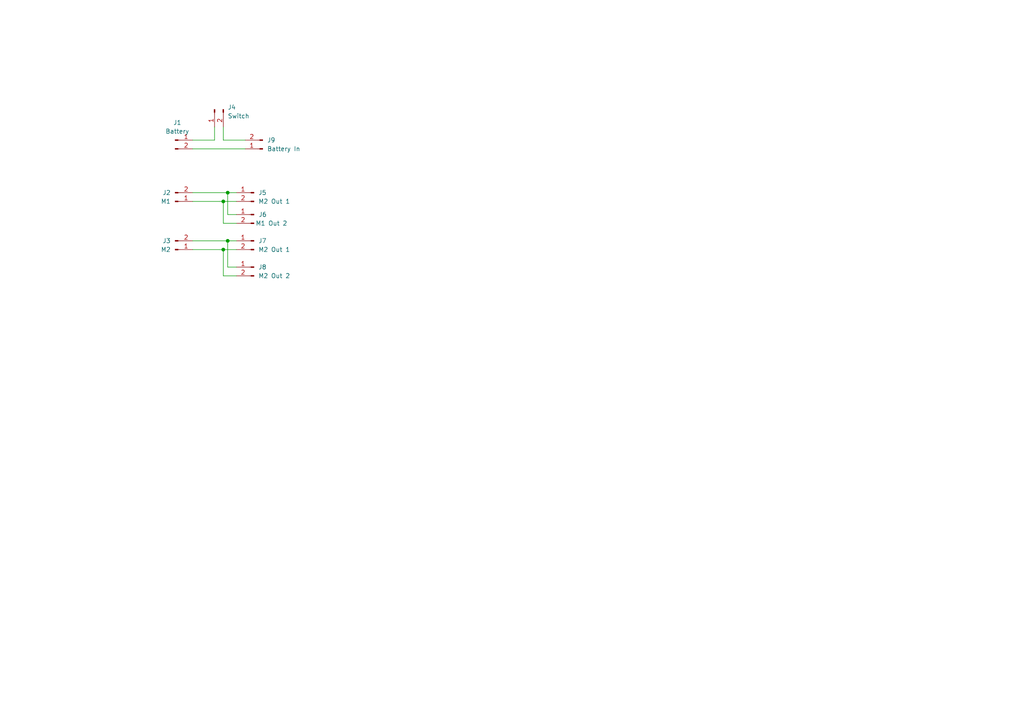
<source format=kicad_sch>
(kicad_sch (version 20211123) (generator eeschema)
  (paper "A4")
  (lib_symbols
    (symbol "Connector:Conn_01x02_Male" (pin_names (offset 1.016) hide)
      (property "Reference" "J" (at 0 2.54 0))
      (property "Value" "Conn_01x02_Male" (at 0 -5.08 0))
      (symbol "Conn_01x02_Male_1_1"
        (polyline (pts (xy 1.27 -2.54) (xy 0.8636 -2.54)) (stroke (width 0.1524)))
        (polyline (pts (xy 1.27 0) (xy 0.8636 0)) (stroke (width 0.1524)))
        (rectangle (start 0.8636 -2.413) (end 0 -2.667) (stroke (width 0.1524)) (fill (type outline)))
        (rectangle (start 0.8636 0.127) (end 0 -0.127) (stroke (width 0.1524)) (fill (type outline)))
        (pin passive line (at 5.08 0 180) (length 3.81) (name "Pin_1") (number "1"))
        (pin passive line (at 5.08 -2.54 180) (length 3.81) (name "Pin_2") (number "2"))
      )
    )
  )
  (junction (at 64.77 72.39))
  (junction (at 66.04 69.85))
  (junction (at 64.77 58.42))
  (junction (at 66.04 55.88))
  (wire (pts (xy 55.88 72.39) (xy 64.77 72.39)))
  (wire (pts (xy 55.88 40.64) (xy 62.23 40.64)))
  (wire (pts (xy 66.04 55.88) (xy 68.58 55.88)))
  (wire (pts (xy 64.77 72.39) (xy 64.77 80.01)))
  (wire (pts (xy 55.88 69.85) (xy 66.04 69.85)))
  (wire (pts (xy 62.23 40.64) (xy 62.23 36.83)))
  (wire (pts (xy 64.77 36.83) (xy 64.77 40.64)))
  (wire (pts (xy 68.58 77.47) (xy 66.04 77.47)))
  (wire (pts (xy 68.58 80.01) (xy 64.77 80.01)))
  (wire (pts (xy 66.04 69.85) (xy 68.58 69.85)))
  (wire (pts (xy 55.88 58.42) (xy 64.77 58.42)))
  (wire (pts (xy 55.88 55.88) (xy 66.04 55.88)))
  (wire (pts (xy 68.58 62.23) (xy 66.04 62.23)))
  (wire (pts (xy 64.77 40.64) (xy 71.12 40.64)))
  (wire (pts (xy 55.88 43.18) (xy 71.12 43.18)))
  (wire (pts (xy 64.77 72.39) (xy 68.58 72.39)))
  (wire (pts (xy 64.77 58.42) (xy 68.58 58.42)))
  (wire (pts (xy 68.58 64.77) (xy 64.77 64.77)))
  (wire (pts (xy 66.04 77.47) (xy 66.04 69.85)))
  (wire (pts (xy 64.77 64.77) (xy 64.77 58.42)))
  (wire (pts (xy 66.04 55.88) (xy 66.04 62.23)))
  (symbol (lib_id "Connector:Conn_01x02_Male") (at 50.8 72.39 0) (mirror x) (unit 1)
    (property "Reference" "J3" (at 49.53 69.8499 0) (effects (justify right)))
    (property "Value" "M2" (at 49.53 72.3899 0) (effects (justify right)))
    (property "Footprint" "TerminalBlock_Phoenix:TerminalBlock_Phoenix_PT-1,5-2-3.5-H_1x02_P3.50mm_Horizontal" (effects hide))
  )
  (symbol (lib_id "Connector:Conn_01x02_Male") (at 73.66 69.85 0) (mirror y) (unit 1)
    (property "Reference" "J7" (at 74.93 69.8499 0) (effects (justify right)))
    (property "Value" "M2 Out 1" (at 74.93 72.3899 0) (effects (justify right)))
    (property "Footprint" "Connector_AMASS:AMASS_XT30U-F_1x02_P5.0mm_Vertical" (effects hide))
  )
  (symbol (lib_id "Connector:Conn_01x02_Male") (at 76.2 43.18 180) (unit 1)
    (property "Reference" "J9" (at 77.47 40.6399 0) (effects (justify right)))
    (property "Value" "Battery In" (at 77.47 43.1799 0) (effects (justify right)))
    (property "Footprint" "Connector_AMASS:AMASS_XT30U-M_1x02_P5.0mm_Vertical" (effects hide))
  )
  (symbol (lib_id "Connector:Conn_01x02_Male") (at 62.23 31.75 90) (mirror x) (unit 1)
    (property "Reference" "J4" (at 66.04 31.1149 90) (effects (justify right)))
    (property "Value" "Switch" (at 66.04 33.6549 90) (effects (justify right)))
    (property "Footprint" "Connector_AMASS:AMASS_XT30U-F_1x02_P5.0mm_Vertical" (effects hide))
  )
  (symbol (lib_id "Connector:Conn_01x02_Male") (at 73.66 55.88 0) (mirror y) (unit 1)
    (property "Reference" "J5" (at 74.93 55.8799 0) (effects (justify right)))
    (property "Value" "M2 Out 1" (at 74.93 58.4199 0) (effects (justify right)))
    (property "Footprint" "Connector_AMASS:AMASS_XT30U-F_1x02_P5.0mm_Vertical" (effects hide))
  )
  (symbol (lib_id "Connector:Conn_01x02_Male") (at 50.8 58.42 0) (mirror x) (unit 1)
    (property "Reference" "J2" (at 49.53 55.8799 0) (effects (justify right)))
    (property "Value" "M1" (at 49.53 58.4199 0) (effects (justify right)))
    (property "Footprint" "TerminalBlock_Phoenix:TerminalBlock_Phoenix_PT-1,5-2-3.5-H_1x02_P3.50mm_Horizontal" (effects hide))
  )
  (symbol (lib_id "Connector:Conn_01x02_Male") (at 73.66 77.47 0) (mirror y) (unit 1)
    (property "Reference" "J8" (at 74.93 77.4699 0) (effects (justify right)))
    (property "Value" "M2 Out 2" (at 74.93 80.0099 0) (effects (justify right)))
    (property "Footprint" "Connector_AMASS:AMASS_XT30U-F_1x02_P5.0mm_Vertical" (effects hide))
  )
  (symbol (lib_id "Connector:Conn_01x02_Male") (at 50.8 40.64 0) (unit 1)
    (property "Reference" "J1" (at 51.435 35.56 0))
    (property "Value" "Battery" (at 51.435 38.1 0))
    (property "Footprint" "TerminalBlock_Phoenix:TerminalBlock_Phoenix_PT-1,5-2-3.5-H_1x02_P3.50mm_Horizontal" (effects hide))
  )
  (symbol (lib_id "Connector:Conn_01x02_Male") (at 73.66 62.23 0) (mirror y) (unit 1)
    (property "Reference" "J6" (at 76.2 62.23 0))
    (property "Value" "M1 Out 2" (at 78.74 64.77 0))
    (property "Footprint" "Connector_AMASS:AMASS_XT30U-F_1x02_P5.0mm_Vertical" (effects hide))
  )
)
</source>
